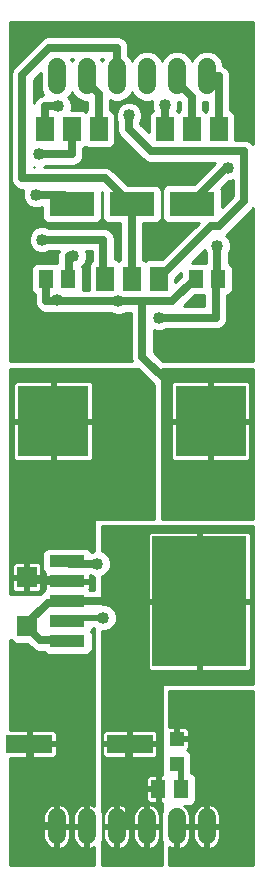
<source format=gtl>
G75*
G70*
%OFA0B0*%
%FSLAX24Y24*%
%IPPOS*%
%LPD*%
%AMOC8*
5,1,8,0,0,1.08239X$1,22.5*
%
%ADD10R,0.1181X0.0394*%
%ADD11R,0.3150X0.4331*%
%ADD12R,0.0669X0.0709*%
%ADD13R,0.1535X0.0630*%
%ADD14R,0.2362X0.2362*%
%ADD15R,0.0591X0.0787*%
%ADD16R,0.1496X0.0787*%
%ADD17C,0.0600*%
%ADD18R,0.0512X0.0591*%
%ADD19R,0.0472X0.0472*%
%ADD20R,0.0512X0.0630*%
%ADD21C,0.0276*%
%ADD22C,0.0400*%
%ADD23C,0.0100*%
%ADD24R,0.0396X0.0396*%
%ADD25C,0.0197*%
D10*
X004477Y008063D03*
X004477Y008732D03*
X004477Y009401D03*
X004477Y010070D03*
X004477Y010740D03*
D11*
X008877Y009401D03*
D12*
X003127Y008594D03*
X003127Y010208D03*
D13*
X003203Y004651D03*
X006550Y004651D03*
D14*
X004009Y015401D03*
X009245Y015401D03*
D15*
X007532Y020161D03*
X006627Y020161D03*
X005721Y020161D03*
X005532Y025141D03*
X004627Y025141D03*
X003721Y025141D03*
X007721Y025141D03*
X008627Y025141D03*
X009532Y025141D03*
D16*
X008627Y022661D03*
X006627Y022641D03*
X004627Y022661D03*
D17*
X005127Y026601D02*
X005127Y027201D01*
X006127Y027201D02*
X006127Y026601D01*
X007127Y026601D02*
X007127Y027201D01*
X008127Y027201D02*
X008127Y026601D01*
X009127Y026601D02*
X009127Y027201D01*
X004127Y027201D02*
X004127Y026601D01*
X004127Y002201D02*
X004127Y001601D01*
X005127Y001601D02*
X005127Y002201D01*
X006127Y002201D02*
X006127Y001601D01*
X007127Y001601D02*
X007127Y002201D01*
X008127Y002201D02*
X008127Y001601D01*
X009127Y001601D02*
X009127Y002201D01*
D18*
X009501Y020151D03*
X008753Y020151D03*
X004501Y020151D03*
X003753Y020151D03*
D19*
X008127Y004815D03*
X008127Y003988D03*
D20*
X008251Y003151D03*
X007503Y003151D03*
D21*
X006550Y004651D02*
X006527Y004651D01*
X006527Y001901D01*
X006127Y001901D01*
X004127Y001901D02*
X003227Y001901D01*
X003227Y004651D01*
X003203Y004651D01*
X003577Y008101D02*
X004477Y008101D01*
X004477Y008063D01*
X004377Y009351D02*
X004477Y009401D01*
X006377Y009401D01*
X006377Y008401D02*
X006377Y008101D01*
X005477Y010651D02*
X004577Y010651D01*
X004527Y010701D01*
X004477Y010740D01*
X004477Y010101D02*
X004477Y010070D01*
X004477Y010101D02*
X003527Y010101D01*
X003227Y010101D01*
X003127Y010201D01*
X003127Y010208D01*
X003827Y009351D02*
X003177Y008701D01*
X003127Y008594D01*
X003127Y008551D01*
X003577Y008101D01*
X003827Y009351D02*
X004377Y009351D01*
X004009Y015401D02*
X003527Y015401D01*
X003777Y019401D02*
X004127Y019401D01*
X004127Y019451D01*
X004127Y019401D02*
X006177Y019401D01*
X006977Y019401D01*
X006977Y017551D01*
X007827Y016701D01*
X007877Y016701D01*
X007527Y018851D02*
X009427Y018851D01*
X009427Y020051D01*
X009501Y020151D01*
X009477Y020151D01*
X009477Y021251D01*
X009527Y021901D02*
X009277Y021901D01*
X007577Y020201D01*
X007532Y020161D01*
X007977Y019401D02*
X008727Y020151D01*
X008753Y020151D01*
X007977Y019401D02*
X006977Y019401D01*
X006627Y020161D02*
X006627Y022641D01*
X006527Y022701D01*
X005727Y023501D01*
X002977Y023501D01*
X002977Y026951D01*
X003877Y027851D01*
X006127Y027851D01*
X006127Y026901D01*
X006527Y025601D02*
X006527Y025151D01*
X007277Y024401D01*
X010377Y024401D01*
X010377Y022751D01*
X009527Y021901D01*
X008627Y022701D02*
X009777Y023851D01*
X009827Y023851D01*
X009532Y025141D02*
X009527Y025151D01*
X009527Y026901D01*
X009127Y026901D01*
X008627Y026201D02*
X008627Y025141D01*
X008627Y026201D02*
X008127Y026701D01*
X008127Y026901D01*
X007727Y025951D02*
X007727Y025151D01*
X007721Y025141D01*
X008627Y022701D02*
X008627Y022661D01*
X005677Y021451D02*
X005677Y020201D01*
X005721Y020161D01*
X005677Y021451D02*
X003627Y021451D01*
X003753Y020151D02*
X003777Y020151D01*
X003777Y019401D01*
X004501Y020151D02*
X004527Y020151D01*
X004527Y020901D01*
X004677Y020901D01*
X004627Y022661D02*
X004627Y022701D01*
X004377Y022951D01*
X003427Y022951D01*
X003527Y024301D02*
X004627Y024301D01*
X004627Y025141D01*
X004177Y025901D02*
X003727Y025901D01*
X003727Y025151D01*
X003721Y025141D01*
X005127Y026701D02*
X005127Y026901D01*
X005127Y026701D02*
X005527Y026301D01*
X005527Y025151D01*
X005532Y025141D01*
D22*
X006527Y025601D03*
X007727Y025951D03*
X009477Y021251D03*
X009827Y023851D03*
X007527Y018851D03*
X006177Y019401D03*
X004677Y020901D03*
X004127Y019451D03*
X003627Y021451D03*
X003427Y022951D03*
X003527Y024301D03*
X004177Y025901D03*
X005477Y010651D03*
X005677Y008851D03*
D23*
X002577Y004186D02*
X002577Y000601D01*
X005377Y000601D01*
X005377Y001218D01*
X005216Y001151D01*
X005177Y001151D01*
X005177Y001851D01*
X005077Y001851D01*
X005077Y001151D01*
X005037Y001151D01*
X004872Y001220D01*
X004745Y001346D01*
X004677Y001512D01*
X004677Y001851D01*
X005076Y001851D01*
X005076Y001951D01*
X004677Y001951D01*
X004677Y002291D01*
X004745Y002456D01*
X004872Y002583D01*
X005037Y002651D01*
X005077Y002651D01*
X005077Y001951D01*
X005177Y001951D01*
X005177Y002651D01*
X005216Y002651D01*
X005377Y002585D01*
X005377Y008506D01*
X005314Y008506D01*
X005314Y008486D01*
X005278Y008397D01*
X005314Y008309D01*
X005314Y007817D01*
X005277Y007726D01*
X005207Y007656D01*
X005117Y007619D01*
X003837Y007619D01*
X003747Y007656D01*
X003687Y007717D01*
X003500Y007717D01*
X003359Y007775D01*
X003251Y007883D01*
X003251Y007883D01*
X003141Y007993D01*
X002743Y007993D01*
X002652Y008030D01*
X002583Y008100D01*
X002577Y008115D01*
X002577Y005116D01*
X003153Y005116D01*
X003153Y004701D01*
X003253Y004701D01*
X003253Y005116D01*
X004033Y005116D01*
X004121Y005028D01*
X004121Y004701D01*
X003254Y004701D01*
X003254Y004601D01*
X004121Y004601D01*
X004121Y004274D01*
X004033Y004186D01*
X003253Y004186D01*
X003253Y004601D01*
X003153Y004601D01*
X003153Y004186D01*
X002577Y004186D01*
X002577Y004093D02*
X005377Y004093D01*
X005377Y004191D02*
X004038Y004191D01*
X004121Y004290D02*
X005377Y004290D01*
X005377Y004389D02*
X004121Y004389D01*
X004121Y004487D02*
X005377Y004487D01*
X005377Y004586D02*
X004121Y004586D01*
X004121Y004783D02*
X005377Y004783D01*
X005377Y004881D02*
X004121Y004881D01*
X004121Y004980D02*
X005377Y004980D01*
X005377Y005078D02*
X004071Y005078D01*
X003253Y005078D02*
X003153Y005078D01*
X003153Y004980D02*
X003253Y004980D01*
X003253Y004881D02*
X003153Y004881D01*
X003153Y004783D02*
X003253Y004783D01*
X003254Y004684D02*
X005377Y004684D01*
X005627Y004684D02*
X006500Y004684D01*
X006500Y004701D02*
X006500Y004601D01*
X006600Y004601D01*
X006600Y004701D01*
X007468Y004701D01*
X007468Y005028D01*
X007380Y005116D01*
X006600Y005116D01*
X006600Y004701D01*
X006500Y004701D01*
X005632Y004701D01*
X005632Y005028D01*
X005720Y005116D01*
X006500Y005116D01*
X006500Y004701D01*
X006500Y004783D02*
X006600Y004783D01*
X006600Y004881D02*
X006500Y004881D01*
X006500Y004980D02*
X006600Y004980D01*
X006600Y005078D02*
X006500Y005078D01*
X006600Y004684D02*
X007627Y004684D01*
X007627Y004586D02*
X007468Y004586D01*
X007468Y004601D02*
X006600Y004601D01*
X006600Y004186D01*
X007380Y004186D01*
X007468Y004274D01*
X007468Y004601D01*
X007468Y004487D02*
X007627Y004487D01*
X007627Y004389D02*
X007468Y004389D01*
X007468Y004290D02*
X007627Y004290D01*
X007627Y004191D02*
X007385Y004191D01*
X007627Y004093D02*
X005627Y004093D01*
X005627Y004191D02*
X005715Y004191D01*
X005720Y004186D02*
X006500Y004186D01*
X006500Y004601D01*
X005632Y004601D01*
X005632Y004274D01*
X005720Y004186D01*
X005632Y004290D02*
X005627Y004290D01*
X005627Y004389D02*
X005632Y004389D01*
X005627Y004487D02*
X005632Y004487D01*
X005627Y004586D02*
X005632Y004586D01*
X005627Y004783D02*
X005632Y004783D01*
X005627Y004881D02*
X005632Y004881D01*
X005627Y004980D02*
X005632Y004980D01*
X005627Y005078D02*
X005682Y005078D01*
X005627Y005177D02*
X007627Y005177D01*
X007627Y005275D02*
X005627Y005275D01*
X005627Y005374D02*
X007627Y005374D01*
X007627Y005473D02*
X005627Y005473D01*
X005627Y005571D02*
X007627Y005571D01*
X007627Y005670D02*
X005627Y005670D01*
X005627Y005768D02*
X007627Y005768D01*
X007627Y005867D02*
X005627Y005867D01*
X005627Y005965D02*
X007627Y005965D01*
X007627Y006064D02*
X005627Y006064D01*
X005627Y006162D02*
X007627Y006162D01*
X007627Y006261D02*
X005627Y006261D01*
X005627Y006359D02*
X007627Y006359D01*
X007627Y006458D02*
X005627Y006458D01*
X005627Y006556D02*
X007627Y006556D01*
X007627Y006651D02*
X007627Y003616D01*
X007552Y003616D01*
X007552Y003201D01*
X007453Y003201D01*
X007453Y003616D01*
X007185Y003616D01*
X007097Y003528D01*
X007097Y003201D01*
X007452Y003201D01*
X007452Y003101D01*
X007097Y003101D01*
X007097Y002774D01*
X007185Y002686D01*
X007453Y002686D01*
X007453Y003101D01*
X007552Y003101D01*
X007552Y002686D01*
X007627Y002686D01*
X007627Y002423D01*
X007580Y002310D01*
X007580Y001492D01*
X007627Y001379D01*
X007627Y000601D01*
X005627Y000601D01*
X005627Y001379D01*
X005673Y001492D01*
X005673Y002310D01*
X005627Y002423D01*
X005627Y008404D01*
X005765Y008404D01*
X005930Y008472D01*
X006055Y008598D01*
X006123Y008762D01*
X006123Y008940D01*
X006055Y009104D01*
X005930Y009230D01*
X005765Y009298D01*
X005627Y009298D01*
X005627Y010230D01*
X005730Y010272D01*
X005855Y010398D01*
X005923Y010562D01*
X005923Y010740D01*
X005855Y010904D01*
X005730Y011030D01*
X005627Y011073D01*
X005627Y011901D01*
X010669Y011901D01*
X010669Y006651D01*
X007627Y006651D01*
X007877Y006401D02*
X010669Y006401D01*
X010669Y000601D01*
X007877Y000601D01*
X007877Y001218D01*
X008037Y001151D01*
X008077Y001151D01*
X008077Y001851D01*
X008177Y001851D01*
X008177Y001951D01*
X008577Y001951D01*
X008577Y002291D01*
X008508Y002456D01*
X008381Y002583D01*
X008365Y002589D01*
X008556Y002589D01*
X008646Y002627D01*
X008716Y002696D01*
X008753Y002787D01*
X008753Y003515D01*
X008716Y003606D01*
X008646Y003675D01*
X008605Y003692D01*
X008610Y003702D01*
X008610Y004273D01*
X008572Y004364D01*
X008503Y004433D01*
X008451Y004455D01*
X008513Y004516D01*
X008513Y004765D01*
X008177Y004765D01*
X008177Y004864D01*
X008513Y004864D01*
X008513Y005113D01*
X008425Y005201D01*
X008176Y005201D01*
X008176Y004865D01*
X008077Y004865D01*
X008077Y005201D01*
X007877Y005201D01*
X007877Y006401D01*
X007877Y006359D02*
X010669Y006359D01*
X010669Y006261D02*
X007877Y006261D01*
X007877Y006162D02*
X010669Y006162D01*
X010669Y006064D02*
X007877Y006064D01*
X007877Y005965D02*
X010669Y005965D01*
X010669Y005867D02*
X007877Y005867D01*
X007877Y005768D02*
X010669Y005768D01*
X010669Y005670D02*
X007877Y005670D01*
X007877Y005571D02*
X010669Y005571D01*
X010669Y005473D02*
X007877Y005473D01*
X007877Y005374D02*
X010669Y005374D01*
X010669Y005275D02*
X007877Y005275D01*
X008077Y005177D02*
X008176Y005177D01*
X008176Y005078D02*
X008077Y005078D01*
X008077Y004980D02*
X008176Y004980D01*
X008176Y004881D02*
X008077Y004881D01*
X008177Y004783D02*
X010669Y004783D01*
X010669Y004881D02*
X008513Y004881D01*
X008513Y004980D02*
X010669Y004980D01*
X010669Y005078D02*
X008513Y005078D01*
X008449Y005177D02*
X010669Y005177D01*
X010669Y004684D02*
X008513Y004684D01*
X008513Y004586D02*
X010669Y004586D01*
X010669Y004487D02*
X008484Y004487D01*
X008547Y004389D02*
X010669Y004389D01*
X010669Y004290D02*
X008603Y004290D01*
X008610Y004191D02*
X010669Y004191D01*
X010669Y004093D02*
X008610Y004093D01*
X008610Y003994D02*
X010669Y003994D01*
X010669Y003896D02*
X008610Y003896D01*
X008610Y003797D02*
X010669Y003797D01*
X010669Y003699D02*
X008608Y003699D01*
X008718Y003600D02*
X010669Y003600D01*
X010669Y003502D02*
X008753Y003502D01*
X008753Y003403D02*
X010669Y003403D01*
X010669Y003305D02*
X008753Y003305D01*
X008753Y003206D02*
X010669Y003206D01*
X010669Y003107D02*
X008753Y003107D01*
X008753Y003009D02*
X010669Y003009D01*
X010669Y002910D02*
X008753Y002910D01*
X008753Y002812D02*
X010669Y002812D01*
X010669Y002713D02*
X008723Y002713D01*
X008617Y002615D02*
X008949Y002615D01*
X008872Y002583D02*
X009037Y002651D01*
X009077Y002651D01*
X009077Y001951D01*
X009177Y001951D01*
X009577Y001951D01*
X009577Y002291D01*
X009508Y002456D01*
X009381Y002583D01*
X009216Y002651D01*
X009177Y002651D01*
X009177Y001951D01*
X009177Y001851D01*
X009577Y001851D01*
X009577Y001512D01*
X009508Y001346D01*
X009381Y001220D01*
X009216Y001151D01*
X009177Y001151D01*
X009177Y001851D01*
X009077Y001851D01*
X009077Y001151D01*
X009037Y001151D01*
X008872Y001220D01*
X008745Y001346D01*
X008677Y001512D01*
X008677Y001851D01*
X009076Y001851D01*
X009076Y001951D01*
X008677Y001951D01*
X008677Y002291D01*
X008745Y002456D01*
X008872Y002583D01*
X008805Y002516D02*
X008448Y002516D01*
X008524Y002418D02*
X008729Y002418D01*
X008688Y002319D02*
X008565Y002319D01*
X008577Y002221D02*
X008677Y002221D01*
X008677Y002122D02*
X008577Y002122D01*
X008577Y002024D02*
X008677Y002024D01*
X008677Y001826D02*
X008577Y001826D01*
X008577Y001851D02*
X008177Y001851D01*
X008177Y001151D01*
X008216Y001151D01*
X008381Y001220D01*
X008508Y001346D01*
X008577Y001512D01*
X008577Y001851D01*
X008577Y001728D02*
X008677Y001728D01*
X008677Y001629D02*
X008577Y001629D01*
X008577Y001531D02*
X008677Y001531D01*
X008709Y001432D02*
X008544Y001432D01*
X008496Y001334D02*
X008758Y001334D01*
X008856Y001235D02*
X008397Y001235D01*
X008177Y001235D02*
X008077Y001235D01*
X008077Y001334D02*
X008177Y001334D01*
X008177Y001432D02*
X008077Y001432D01*
X008077Y001531D02*
X008177Y001531D01*
X008177Y001629D02*
X008077Y001629D01*
X008077Y001728D02*
X008177Y001728D01*
X008177Y001826D02*
X008077Y001826D01*
X008177Y001925D02*
X009076Y001925D01*
X009077Y002024D02*
X009177Y002024D01*
X009177Y002122D02*
X009077Y002122D01*
X009077Y002221D02*
X009177Y002221D01*
X009177Y002319D02*
X009077Y002319D01*
X009077Y002418D02*
X009177Y002418D01*
X009177Y002516D02*
X009077Y002516D01*
X009077Y002615D02*
X009177Y002615D01*
X009304Y002615D02*
X010669Y002615D01*
X010669Y002516D02*
X009448Y002516D01*
X009524Y002418D02*
X010669Y002418D01*
X010669Y002319D02*
X009565Y002319D01*
X009577Y002221D02*
X010669Y002221D01*
X010669Y002122D02*
X009577Y002122D01*
X009577Y002024D02*
X010669Y002024D01*
X010669Y001925D02*
X009177Y001925D01*
X009177Y001826D02*
X009077Y001826D01*
X009077Y001728D02*
X009177Y001728D01*
X009177Y001629D02*
X009077Y001629D01*
X009077Y001531D02*
X009177Y001531D01*
X009177Y001432D02*
X009077Y001432D01*
X009077Y001334D02*
X009177Y001334D01*
X009177Y001235D02*
X009077Y001235D01*
X009397Y001235D02*
X010669Y001235D01*
X010669Y001137D02*
X007877Y001137D01*
X007877Y001038D02*
X010669Y001038D01*
X010669Y000940D02*
X007877Y000940D01*
X007877Y000841D02*
X010669Y000841D01*
X010669Y000742D02*
X007877Y000742D01*
X007877Y000644D02*
X010669Y000644D01*
X010669Y001334D02*
X009496Y001334D01*
X009544Y001432D02*
X010669Y001432D01*
X010669Y001531D02*
X009577Y001531D01*
X009577Y001629D02*
X010669Y001629D01*
X010669Y001728D02*
X009577Y001728D01*
X009577Y001826D02*
X010669Y001826D01*
X010669Y006655D02*
X005627Y006655D01*
X005627Y006754D02*
X010669Y006754D01*
X010669Y006852D02*
X005627Y006852D01*
X005627Y006951D02*
X010669Y006951D01*
X010669Y007049D02*
X005627Y007049D01*
X005627Y007148D02*
X007178Y007148D01*
X007152Y007174D02*
X007240Y007086D01*
X008827Y007086D01*
X008827Y009351D01*
X008926Y009351D01*
X008926Y007086D01*
X010514Y007086D01*
X010601Y007174D01*
X010601Y009351D01*
X008927Y009351D01*
X008927Y009451D01*
X010601Y009451D01*
X010601Y011629D01*
X010514Y011716D01*
X008926Y011716D01*
X008926Y009451D01*
X008827Y009451D01*
X008827Y011716D01*
X007240Y011716D01*
X007152Y011629D01*
X007152Y009451D01*
X008826Y009451D01*
X008826Y009351D01*
X007152Y009351D01*
X007152Y007174D01*
X007152Y007246D02*
X005627Y007246D01*
X005627Y007345D02*
X007152Y007345D01*
X007152Y007443D02*
X005627Y007443D01*
X005627Y007542D02*
X007152Y007542D01*
X007152Y007640D02*
X005627Y007640D01*
X005627Y007739D02*
X007152Y007739D01*
X007152Y007838D02*
X005627Y007838D01*
X005627Y007936D02*
X007152Y007936D01*
X007152Y008035D02*
X005627Y008035D01*
X005627Y008133D02*
X007152Y008133D01*
X007152Y008232D02*
X005627Y008232D01*
X005627Y008330D02*
X007152Y008330D01*
X007152Y008429D02*
X005825Y008429D01*
X005985Y008527D02*
X007152Y008527D01*
X007152Y008626D02*
X006067Y008626D01*
X006108Y008724D02*
X007152Y008724D01*
X007152Y008823D02*
X006123Y008823D01*
X006123Y008922D02*
X007152Y008922D01*
X007152Y009020D02*
X006090Y009020D01*
X006041Y009119D02*
X007152Y009119D01*
X007152Y009217D02*
X005943Y009217D01*
X005627Y009316D02*
X007152Y009316D01*
X007152Y009513D02*
X005627Y009513D01*
X005627Y009611D02*
X007152Y009611D01*
X007152Y009710D02*
X005627Y009710D01*
X005627Y009808D02*
X007152Y009808D01*
X007152Y009907D02*
X005627Y009907D01*
X005627Y010006D02*
X007152Y010006D01*
X007152Y010104D02*
X005627Y010104D01*
X005627Y010203D02*
X007152Y010203D01*
X007152Y010301D02*
X005759Y010301D01*
X005856Y010400D02*
X007152Y010400D01*
X007152Y010498D02*
X005897Y010498D01*
X005923Y010597D02*
X007152Y010597D01*
X007152Y010695D02*
X005923Y010695D01*
X005901Y010794D02*
X007152Y010794D01*
X007152Y010892D02*
X005860Y010892D01*
X005769Y010991D02*
X007152Y010991D01*
X007152Y011089D02*
X005627Y011089D01*
X005627Y011188D02*
X007152Y011188D01*
X007152Y011287D02*
X005627Y011287D01*
X005627Y011385D02*
X007152Y011385D01*
X007152Y011484D02*
X005627Y011484D01*
X005627Y011582D02*
X007152Y011582D01*
X007204Y011681D02*
X005627Y011681D01*
X005627Y011779D02*
X010669Y011779D01*
X010669Y011681D02*
X010549Y011681D01*
X010601Y011582D02*
X010669Y011582D01*
X010669Y011484D02*
X010601Y011484D01*
X010601Y011385D02*
X010669Y011385D01*
X010669Y011287D02*
X010601Y011287D01*
X010601Y011188D02*
X010669Y011188D01*
X010669Y011089D02*
X010601Y011089D01*
X010601Y010991D02*
X010669Y010991D01*
X010669Y010892D02*
X010601Y010892D01*
X010601Y010794D02*
X010669Y010794D01*
X010669Y010695D02*
X010601Y010695D01*
X010601Y010597D02*
X010669Y010597D01*
X010669Y010498D02*
X010601Y010498D01*
X010601Y010400D02*
X010669Y010400D01*
X010669Y010301D02*
X010601Y010301D01*
X010601Y010203D02*
X010669Y010203D01*
X010669Y010104D02*
X010601Y010104D01*
X010601Y010006D02*
X010669Y010006D01*
X010669Y009907D02*
X010601Y009907D01*
X010601Y009808D02*
X010669Y009808D01*
X010669Y009710D02*
X010601Y009710D01*
X010601Y009611D02*
X010669Y009611D01*
X010669Y009513D02*
X010601Y009513D01*
X010669Y009414D02*
X008927Y009414D01*
X008926Y009316D02*
X008827Y009316D01*
X008826Y009414D02*
X005627Y009414D01*
X005377Y009786D02*
X005377Y010209D01*
X005238Y010267D01*
X005218Y010267D01*
X005218Y010119D01*
X004526Y010119D01*
X004526Y010022D01*
X005218Y010022D01*
X005218Y009811D01*
X005210Y009804D01*
X005229Y009786D01*
X005377Y009786D01*
X005377Y009808D02*
X005214Y009808D01*
X005218Y009907D02*
X005377Y009907D01*
X005377Y010006D02*
X005218Y010006D01*
X005377Y010104D02*
X004526Y010104D01*
X004428Y010104D02*
X003611Y010104D01*
X003611Y010158D02*
X003177Y010158D01*
X003177Y010258D01*
X003611Y010258D01*
X003611Y010625D01*
X003523Y010713D01*
X003176Y010713D01*
X003176Y010258D01*
X003077Y010258D01*
X003077Y010713D01*
X002730Y010713D01*
X002642Y010625D01*
X002642Y010258D01*
X003076Y010258D01*
X003076Y010158D01*
X002642Y010158D01*
X002642Y009792D01*
X002730Y009704D01*
X003077Y009704D01*
X003077Y010158D01*
X003176Y010158D01*
X003176Y009704D01*
X003523Y009704D01*
X003611Y009792D01*
X003611Y010158D01*
X003736Y010119D02*
X003736Y010329D01*
X003744Y010337D01*
X003677Y010403D01*
X003640Y010494D01*
X003640Y010986D01*
X003677Y011076D01*
X003747Y011146D01*
X003837Y011183D01*
X005117Y011183D01*
X005207Y011146D01*
X005277Y011076D01*
X005285Y011056D01*
X005377Y011093D01*
X005377Y012151D01*
X007377Y012151D01*
X007377Y016607D01*
X006833Y017151D01*
X002577Y017151D01*
X002577Y009651D01*
X003583Y009651D01*
X003609Y009677D01*
X003661Y009699D01*
X003677Y009738D01*
X003744Y009804D01*
X003736Y009811D01*
X003736Y010022D01*
X004428Y010022D01*
X004428Y010119D01*
X003736Y010119D01*
X003736Y010203D02*
X003177Y010203D01*
X003176Y010301D02*
X003077Y010301D01*
X003076Y010203D02*
X002577Y010203D01*
X002577Y010301D02*
X002642Y010301D01*
X002642Y010400D02*
X002577Y010400D01*
X002577Y010498D02*
X002642Y010498D01*
X002642Y010597D02*
X002577Y010597D01*
X002577Y010695D02*
X002713Y010695D01*
X002577Y010794D02*
X003640Y010794D01*
X003640Y010892D02*
X002577Y010892D01*
X002577Y010991D02*
X003642Y010991D01*
X003690Y011089D02*
X002577Y011089D01*
X002577Y011188D02*
X005377Y011188D01*
X005377Y011287D02*
X002577Y011287D01*
X002577Y011385D02*
X005377Y011385D01*
X005377Y011484D02*
X002577Y011484D01*
X002577Y011582D02*
X005377Y011582D01*
X005377Y011681D02*
X002577Y011681D01*
X002577Y011779D02*
X005377Y011779D01*
X005377Y011878D02*
X002577Y011878D01*
X002577Y011976D02*
X005377Y011976D01*
X005377Y012075D02*
X002577Y012075D01*
X002577Y012173D02*
X007377Y012173D01*
X007377Y012272D02*
X002577Y012272D01*
X002577Y012371D02*
X007377Y012371D01*
X007377Y012469D02*
X002577Y012469D01*
X002577Y012568D02*
X007377Y012568D01*
X007377Y012666D02*
X002577Y012666D01*
X002577Y012765D02*
X007377Y012765D01*
X007377Y012863D02*
X002577Y012863D01*
X002577Y012962D02*
X007377Y012962D01*
X007377Y013060D02*
X002577Y013060D01*
X002577Y013159D02*
X007377Y013159D01*
X007377Y013257D02*
X002577Y013257D01*
X002577Y013356D02*
X007377Y013356D01*
X007377Y013455D02*
X002577Y013455D01*
X002577Y013553D02*
X007377Y013553D01*
X007377Y013652D02*
X002577Y013652D01*
X002577Y013750D02*
X007377Y013750D01*
X007377Y013849D02*
X002577Y013849D01*
X002577Y013947D02*
X007377Y013947D01*
X007377Y014046D02*
X002577Y014046D01*
X002577Y014144D02*
X002691Y014144D01*
X002677Y014158D02*
X002765Y014070D01*
X003959Y014070D01*
X003959Y015351D01*
X004058Y015351D01*
X004058Y014070D01*
X005252Y014070D01*
X005340Y014158D01*
X005340Y015351D01*
X004059Y015351D01*
X004059Y015451D01*
X005340Y015451D01*
X005340Y016644D01*
X005252Y016732D01*
X004058Y016732D01*
X004058Y015451D01*
X003959Y015451D01*
X003959Y016732D01*
X002765Y016732D01*
X002677Y016644D01*
X002677Y015451D01*
X003958Y015451D01*
X003958Y015351D01*
X002677Y015351D01*
X002677Y014158D01*
X002677Y014243D02*
X002577Y014243D01*
X002577Y014341D02*
X002677Y014341D01*
X002677Y014440D02*
X002577Y014440D01*
X002577Y014539D02*
X002677Y014539D01*
X002677Y014637D02*
X002577Y014637D01*
X002577Y014736D02*
X002677Y014736D01*
X002677Y014834D02*
X002577Y014834D01*
X002577Y014933D02*
X002677Y014933D01*
X002677Y015031D02*
X002577Y015031D01*
X002577Y015130D02*
X002677Y015130D01*
X002677Y015228D02*
X002577Y015228D01*
X002577Y015327D02*
X002677Y015327D01*
X002577Y015425D02*
X003958Y015425D01*
X003959Y015327D02*
X004058Y015327D01*
X004059Y015425D02*
X007377Y015425D01*
X007377Y015327D02*
X005340Y015327D01*
X005340Y015228D02*
X007377Y015228D01*
X007377Y015130D02*
X005340Y015130D01*
X005340Y015031D02*
X007377Y015031D01*
X007377Y014933D02*
X005340Y014933D01*
X005340Y014834D02*
X007377Y014834D01*
X007377Y014736D02*
X005340Y014736D01*
X005340Y014637D02*
X007377Y014637D01*
X007377Y014539D02*
X005340Y014539D01*
X005340Y014440D02*
X007377Y014440D01*
X007377Y014341D02*
X005340Y014341D01*
X005340Y014243D02*
X007377Y014243D01*
X007377Y014144D02*
X005326Y014144D01*
X005340Y015524D02*
X007377Y015524D01*
X007377Y015622D02*
X005340Y015622D01*
X005340Y015721D02*
X007377Y015721D01*
X007377Y015820D02*
X005340Y015820D01*
X005340Y015918D02*
X007377Y015918D01*
X007377Y016017D02*
X005340Y016017D01*
X005340Y016115D02*
X007377Y016115D01*
X007377Y016214D02*
X005340Y016214D01*
X005340Y016312D02*
X007377Y016312D01*
X007377Y016411D02*
X005340Y016411D01*
X005340Y016509D02*
X007377Y016509D01*
X007376Y016608D02*
X005340Y016608D01*
X005278Y016706D02*
X007277Y016706D01*
X007179Y016805D02*
X002577Y016805D01*
X002577Y016904D02*
X007080Y016904D01*
X006982Y017002D02*
X002577Y017002D01*
X002577Y017101D02*
X006883Y017101D01*
X006622Y017401D02*
X002577Y017401D01*
X002577Y028701D01*
X010669Y028701D01*
X010669Y024653D01*
X010594Y024727D01*
X010453Y024786D01*
X010074Y024786D01*
X010074Y025584D01*
X010037Y025675D01*
X009967Y025744D01*
X009911Y025767D01*
X009911Y026825D01*
X009911Y026978D01*
X009853Y027119D01*
X009744Y027227D01*
X009673Y027257D01*
X009673Y027310D01*
X009590Y027511D01*
X009436Y027665D01*
X009235Y027748D01*
X009018Y027748D01*
X008817Y027665D01*
X008663Y027511D01*
X008627Y027423D01*
X008590Y027511D01*
X008436Y027665D01*
X008235Y027748D01*
X008018Y027748D01*
X007817Y027665D01*
X007663Y027511D01*
X007627Y027423D01*
X007590Y027511D01*
X007436Y027665D01*
X007235Y027748D01*
X007018Y027748D01*
X006817Y027665D01*
X006663Y027511D01*
X006627Y027423D01*
X006590Y027511D01*
X006511Y027590D01*
X006511Y027775D01*
X006511Y027928D01*
X006453Y028069D01*
X006344Y028177D01*
X006203Y028236D01*
X003953Y028236D01*
X003800Y028236D01*
X003659Y028177D01*
X002759Y027277D01*
X002651Y027169D01*
X002592Y027028D01*
X002592Y023578D01*
X002592Y023425D01*
X002651Y023283D01*
X002759Y023175D01*
X002900Y023117D01*
X003011Y023117D01*
X002980Y023040D01*
X002980Y022862D01*
X003048Y022698D01*
X003173Y022572D01*
X003338Y022504D01*
X003515Y022504D01*
X003632Y022553D01*
X003632Y022218D01*
X003669Y022127D01*
X003739Y022058D01*
X003829Y022020D01*
X005424Y022020D01*
X005514Y022058D01*
X005584Y022127D01*
X005621Y022218D01*
X005621Y023062D01*
X005632Y023052D01*
X005632Y022199D01*
X005669Y022108D01*
X005739Y022038D01*
X005829Y022001D01*
X006242Y022001D01*
X006242Y020785D01*
X006191Y020764D01*
X006174Y020746D01*
X006156Y020764D01*
X006065Y020802D01*
X006061Y020802D01*
X006061Y021375D01*
X006061Y021528D01*
X006003Y021669D01*
X005894Y021777D01*
X005753Y021836D01*
X003866Y021836D01*
X003715Y021898D01*
X003538Y021898D01*
X003373Y021830D01*
X003248Y021704D01*
X003180Y021540D01*
X003180Y021362D01*
X003248Y021198D01*
X003373Y021072D01*
X003538Y021004D01*
X003715Y021004D01*
X003866Y021067D01*
X004179Y021067D01*
X004142Y020978D01*
X004142Y020825D01*
X004142Y020671D01*
X004127Y020665D01*
X004058Y020693D01*
X003448Y020693D01*
X003357Y020656D01*
X003287Y020586D01*
X003250Y020496D01*
X003250Y019807D01*
X003287Y019716D01*
X003357Y019647D01*
X003392Y019632D01*
X003392Y019478D01*
X003392Y019325D01*
X003451Y019183D01*
X003559Y019075D01*
X003700Y019017D01*
X004008Y019017D01*
X004038Y019004D01*
X004215Y019004D01*
X004245Y019017D01*
X005938Y019017D01*
X006088Y018954D01*
X006265Y018954D01*
X006416Y019017D01*
X006592Y019017D01*
X006592Y017475D01*
X006622Y017401D01*
X006592Y017495D02*
X002577Y017495D01*
X002577Y017593D02*
X006592Y017593D01*
X006592Y017692D02*
X002577Y017692D01*
X002577Y017790D02*
X006592Y017790D01*
X006592Y017889D02*
X002577Y017889D01*
X002577Y017988D02*
X006592Y017988D01*
X006592Y018086D02*
X002577Y018086D01*
X002577Y018185D02*
X006592Y018185D01*
X006592Y018283D02*
X002577Y018283D01*
X002577Y018382D02*
X006592Y018382D01*
X006592Y018480D02*
X002577Y018480D01*
X002577Y018579D02*
X006592Y018579D01*
X006592Y018677D02*
X002577Y018677D01*
X002577Y018776D02*
X006592Y018776D01*
X006592Y018874D02*
X002577Y018874D01*
X002577Y018973D02*
X006043Y018973D01*
X006310Y018973D02*
X006592Y018973D01*
X006173Y020747D02*
X006174Y020747D01*
X006242Y020845D02*
X006061Y020845D01*
X006061Y020944D02*
X006242Y020944D01*
X006242Y021042D02*
X006061Y021042D01*
X006061Y021141D02*
X006242Y021141D01*
X006242Y021239D02*
X006061Y021239D01*
X006061Y021338D02*
X006242Y021338D01*
X006242Y021437D02*
X006061Y021437D01*
X006058Y021535D02*
X006242Y021535D01*
X006242Y021634D02*
X006017Y021634D01*
X005940Y021732D02*
X006242Y021732D01*
X006242Y021831D02*
X005765Y021831D01*
X005764Y022028D02*
X005441Y022028D01*
X005583Y022126D02*
X005662Y022126D01*
X005632Y022225D02*
X005621Y022225D01*
X005621Y022323D02*
X005632Y022323D01*
X005621Y022422D02*
X005632Y022422D01*
X005621Y022521D02*
X005632Y022521D01*
X005621Y022619D02*
X005632Y022619D01*
X005621Y022718D02*
X005632Y022718D01*
X005621Y022816D02*
X005632Y022816D01*
X005621Y022915D02*
X005632Y022915D01*
X005621Y023013D02*
X005632Y023013D01*
X005970Y023802D02*
X009183Y023802D01*
X009282Y023900D02*
X003726Y023900D01*
X003691Y023886D02*
X003766Y023917D01*
X004550Y023917D01*
X004703Y023917D01*
X004844Y023975D01*
X004953Y024083D01*
X005011Y024225D01*
X005011Y024517D01*
X005062Y024538D01*
X005079Y024556D01*
X005097Y024538D01*
X005188Y024501D01*
X005876Y024501D01*
X005967Y024538D01*
X006037Y024608D01*
X006074Y024699D01*
X006074Y025584D01*
X006037Y025675D01*
X005967Y025744D01*
X005911Y025767D01*
X005911Y026099D01*
X006018Y026054D01*
X006235Y026054D01*
X006436Y026138D01*
X006590Y026291D01*
X006627Y026379D01*
X006663Y026291D01*
X006817Y026138D01*
X007018Y026054D01*
X007235Y026054D01*
X007296Y026079D01*
X007280Y026040D01*
X007280Y025862D01*
X007322Y025759D01*
X007286Y025744D01*
X007217Y025675D01*
X007179Y025584D01*
X007179Y025043D01*
X006911Y025311D01*
X006911Y025362D01*
X006973Y025512D01*
X006973Y025690D01*
X006905Y025854D01*
X006780Y025980D01*
X006615Y026048D01*
X006438Y026048D01*
X006273Y025980D01*
X006148Y025854D01*
X006080Y025690D01*
X006080Y025512D01*
X006142Y025362D01*
X006142Y025075D01*
X006201Y024933D01*
X006309Y024825D01*
X007059Y024075D01*
X007200Y024017D01*
X007353Y024017D01*
X009398Y024017D01*
X008683Y023302D01*
X007829Y023302D01*
X007739Y023264D01*
X007669Y023195D01*
X007632Y023104D01*
X007632Y022218D01*
X007669Y022127D01*
X007739Y022058D01*
X007829Y022020D01*
X008852Y022020D01*
X007633Y020802D01*
X007188Y020802D01*
X007097Y020764D01*
X007079Y020746D01*
X007062Y020764D01*
X007011Y020785D01*
X007011Y022001D01*
X007424Y022001D01*
X007514Y022038D01*
X007584Y022108D01*
X007621Y022199D01*
X007621Y023084D01*
X007584Y023175D01*
X007514Y023244D01*
X007424Y023282D01*
X006490Y023282D01*
X005944Y023827D01*
X005803Y023886D01*
X005650Y023886D01*
X003691Y023886D01*
X003362Y023886D02*
X003361Y023886D01*
X003362Y023886D01*
X003361Y023886D02*
X003361Y023886D01*
X003009Y023112D02*
X002577Y023112D01*
X002577Y023210D02*
X002723Y023210D01*
X002640Y023309D02*
X002577Y023309D01*
X002577Y023407D02*
X002599Y023407D01*
X002592Y023506D02*
X002577Y023506D01*
X002577Y023604D02*
X002592Y023604D01*
X002592Y023703D02*
X002577Y023703D01*
X002577Y023802D02*
X002592Y023802D01*
X002592Y023900D02*
X002577Y023900D01*
X002577Y023999D02*
X002592Y023999D01*
X002592Y024097D02*
X002577Y024097D01*
X002577Y024196D02*
X002592Y024196D01*
X002592Y024294D02*
X002577Y024294D01*
X002577Y024393D02*
X002592Y024393D01*
X002592Y024491D02*
X002577Y024491D01*
X002577Y024590D02*
X002592Y024590D01*
X002592Y024688D02*
X002577Y024688D01*
X002577Y024787D02*
X002592Y024787D01*
X002592Y024886D02*
X002577Y024886D01*
X002577Y024984D02*
X002592Y024984D01*
X002592Y025083D02*
X002577Y025083D01*
X002577Y025181D02*
X002592Y025181D01*
X002592Y025280D02*
X002577Y025280D01*
X002577Y025378D02*
X002592Y025378D01*
X002592Y025477D02*
X002577Y025477D01*
X002577Y025575D02*
X002592Y025575D01*
X002592Y025674D02*
X002577Y025674D01*
X002577Y025772D02*
X002592Y025772D01*
X002592Y025871D02*
X002577Y025871D01*
X002577Y025970D02*
X002592Y025970D01*
X002592Y026068D02*
X002577Y026068D01*
X002577Y026167D02*
X002592Y026167D01*
X002592Y026265D02*
X002577Y026265D01*
X002577Y026364D02*
X002592Y026364D01*
X002592Y026462D02*
X002577Y026462D01*
X002577Y026561D02*
X002592Y026561D01*
X002592Y026659D02*
X002577Y026659D01*
X002577Y026758D02*
X002592Y026758D01*
X002592Y026856D02*
X002577Y026856D01*
X002577Y026955D02*
X002592Y026955D01*
X002603Y027054D02*
X002577Y027054D01*
X002577Y027152D02*
X002644Y027152D01*
X002577Y027251D02*
X002732Y027251D01*
X002831Y027349D02*
X002577Y027349D01*
X002577Y027448D02*
X002929Y027448D01*
X003028Y027546D02*
X002577Y027546D01*
X002577Y027645D02*
X003126Y027645D01*
X003225Y027743D02*
X002577Y027743D01*
X002577Y027842D02*
X003323Y027842D01*
X003422Y027940D02*
X002577Y027940D01*
X002577Y028039D02*
X003520Y028039D01*
X003619Y028137D02*
X002577Y028137D01*
X002577Y028236D02*
X010669Y028236D01*
X010669Y028137D02*
X006384Y028137D01*
X006465Y028039D02*
X010669Y028039D01*
X010669Y027940D02*
X006506Y027940D01*
X006511Y027842D02*
X010669Y027842D01*
X010669Y027743D02*
X009247Y027743D01*
X009456Y027645D02*
X010669Y027645D01*
X010669Y027546D02*
X009555Y027546D01*
X009616Y027448D02*
X010669Y027448D01*
X010669Y027349D02*
X009657Y027349D01*
X009688Y027251D02*
X010669Y027251D01*
X010669Y027152D02*
X009820Y027152D01*
X009880Y027054D02*
X010669Y027054D01*
X010669Y026955D02*
X009911Y026955D01*
X009911Y026856D02*
X010669Y026856D01*
X010669Y026758D02*
X009911Y026758D01*
X009911Y026659D02*
X010669Y026659D01*
X010669Y026561D02*
X009911Y026561D01*
X009911Y026462D02*
X010669Y026462D01*
X010669Y026364D02*
X009911Y026364D01*
X009911Y026265D02*
X010669Y026265D01*
X010669Y026167D02*
X009911Y026167D01*
X009911Y026068D02*
X010669Y026068D01*
X010669Y025970D02*
X009911Y025970D01*
X009911Y025871D02*
X010669Y025871D01*
X010669Y025772D02*
X009911Y025772D01*
X010037Y025674D02*
X010669Y025674D01*
X010669Y025575D02*
X010074Y025575D01*
X010074Y025477D02*
X010669Y025477D01*
X010669Y025378D02*
X010074Y025378D01*
X010074Y025280D02*
X010669Y025280D01*
X010669Y025181D02*
X010074Y025181D01*
X010074Y025083D02*
X010669Y025083D01*
X010669Y024984D02*
X010074Y024984D01*
X010074Y024886D02*
X010669Y024886D01*
X010669Y024787D02*
X010074Y024787D01*
X010633Y024688D02*
X010669Y024688D01*
X009992Y023436D02*
X009992Y022911D01*
X009621Y022540D01*
X009621Y023104D01*
X009607Y023138D01*
X009874Y023404D01*
X009915Y023404D01*
X009992Y023436D01*
X009992Y023407D02*
X009923Y023407D01*
X009992Y023309D02*
X009778Y023309D01*
X009680Y023210D02*
X009992Y023210D01*
X009992Y023112D02*
X009618Y023112D01*
X009621Y023013D02*
X009992Y023013D01*
X009992Y022915D02*
X009621Y022915D01*
X009621Y022816D02*
X009898Y022816D01*
X009799Y022718D02*
X009621Y022718D01*
X009621Y022619D02*
X009701Y022619D01*
X010099Y021929D02*
X010669Y021929D01*
X010669Y021831D02*
X010000Y021831D01*
X009902Y021732D02*
X010669Y021732D01*
X010669Y021634D02*
X009803Y021634D01*
X009765Y021595D02*
X010594Y022425D01*
X010669Y022499D01*
X010669Y017401D01*
X007671Y017401D01*
X007361Y017711D01*
X007361Y018436D01*
X007438Y018404D01*
X007615Y018404D01*
X007766Y018467D01*
X009503Y018467D01*
X009644Y018525D01*
X009753Y018633D01*
X009811Y018775D01*
X009811Y018928D01*
X009811Y019611D01*
X009896Y019647D01*
X009966Y019716D01*
X010003Y019807D01*
X010003Y020496D01*
X009966Y020586D01*
X009896Y020656D01*
X009861Y020670D01*
X009861Y021012D01*
X009923Y021162D01*
X009923Y021340D01*
X009855Y021504D01*
X009765Y021595D01*
X009825Y021535D02*
X010669Y021535D01*
X010669Y021437D02*
X009883Y021437D01*
X009923Y021338D02*
X010669Y021338D01*
X010669Y021239D02*
X009923Y021239D01*
X009915Y021141D02*
X010669Y021141D01*
X010669Y021042D02*
X009874Y021042D01*
X009861Y020944D02*
X010669Y020944D01*
X010669Y020845D02*
X009861Y020845D01*
X009861Y020747D02*
X010669Y020747D01*
X010669Y020648D02*
X009904Y020648D01*
X009981Y020550D02*
X010669Y020550D01*
X010669Y020451D02*
X010003Y020451D01*
X010003Y020353D02*
X010669Y020353D01*
X010669Y020254D02*
X010003Y020254D01*
X010003Y020155D02*
X010669Y020155D01*
X010669Y020057D02*
X010003Y020057D01*
X010003Y019958D02*
X010669Y019958D01*
X010669Y019860D02*
X010003Y019860D01*
X009984Y019761D02*
X010669Y019761D01*
X010669Y019663D02*
X009912Y019663D01*
X009811Y019564D02*
X010669Y019564D01*
X010669Y019466D02*
X009811Y019466D01*
X009811Y019367D02*
X010669Y019367D01*
X010669Y019269D02*
X009811Y019269D01*
X009811Y019170D02*
X010669Y019170D01*
X010669Y019071D02*
X009811Y019071D01*
X009811Y018973D02*
X010669Y018973D01*
X010669Y018874D02*
X009811Y018874D01*
X009811Y018776D02*
X010669Y018776D01*
X010669Y018677D02*
X009771Y018677D01*
X009698Y018579D02*
X010669Y018579D01*
X010669Y018480D02*
X009536Y018480D01*
X009042Y019236D02*
X008355Y019236D01*
X008728Y019609D01*
X009042Y019609D01*
X009042Y019236D01*
X009042Y019269D02*
X008388Y019269D01*
X008486Y019367D02*
X009042Y019367D01*
X009042Y019466D02*
X008585Y019466D01*
X008684Y019564D02*
X009042Y019564D01*
X009092Y020679D02*
X009058Y020693D01*
X008613Y020693D01*
X009045Y021126D01*
X009092Y021012D01*
X009092Y020679D01*
X009092Y020747D02*
X008666Y020747D01*
X008765Y020845D02*
X009092Y020845D01*
X009092Y020944D02*
X008863Y020944D01*
X008962Y021042D02*
X009079Y021042D01*
X008761Y021929D02*
X007011Y021929D01*
X007011Y021831D02*
X008662Y021831D01*
X008564Y021732D02*
X007011Y021732D01*
X007011Y021634D02*
X008465Y021634D01*
X008367Y021535D02*
X007011Y021535D01*
X007011Y021437D02*
X008268Y021437D01*
X008169Y021338D02*
X007011Y021338D01*
X007011Y021239D02*
X008071Y021239D01*
X007972Y021141D02*
X007011Y021141D01*
X007011Y021042D02*
X007874Y021042D01*
X007775Y020944D02*
X007011Y020944D01*
X007011Y020845D02*
X007677Y020845D01*
X008250Y020330D02*
X008074Y020155D01*
X008074Y020043D01*
X008250Y020218D01*
X008250Y020330D01*
X008250Y020254D02*
X008173Y020254D01*
X008187Y020155D02*
X008075Y020155D01*
X008074Y020057D02*
X008088Y020057D01*
X007361Y018382D02*
X010669Y018382D01*
X010669Y018283D02*
X007361Y018283D01*
X007361Y018185D02*
X010669Y018185D01*
X010669Y018086D02*
X007361Y018086D01*
X007361Y017988D02*
X010669Y017988D01*
X010669Y017889D02*
X007361Y017889D01*
X007361Y017790D02*
X010669Y017790D01*
X010669Y017692D02*
X007380Y017692D01*
X007478Y017593D02*
X010669Y017593D01*
X010669Y017495D02*
X007577Y017495D01*
X007627Y017151D02*
X010669Y017151D01*
X010669Y012151D01*
X007627Y012151D01*
X007627Y017151D01*
X007627Y017101D02*
X010669Y017101D01*
X010669Y017002D02*
X007627Y017002D01*
X007627Y016904D02*
X010669Y016904D01*
X010669Y016805D02*
X007627Y016805D01*
X007627Y016706D02*
X007976Y016706D01*
X008001Y016732D02*
X007914Y016644D01*
X007914Y015451D01*
X009195Y015451D01*
X009195Y016732D01*
X008001Y016732D01*
X007914Y016608D02*
X007627Y016608D01*
X007627Y016509D02*
X007914Y016509D01*
X007914Y016411D02*
X007627Y016411D01*
X007627Y016312D02*
X007914Y016312D01*
X007914Y016214D02*
X007627Y016214D01*
X007627Y016115D02*
X007914Y016115D01*
X007914Y016017D02*
X007627Y016017D01*
X007627Y015918D02*
X007914Y015918D01*
X007914Y015820D02*
X007627Y015820D01*
X007627Y015721D02*
X007914Y015721D01*
X007914Y015622D02*
X007627Y015622D01*
X007627Y015524D02*
X007914Y015524D01*
X007914Y015351D02*
X007914Y014158D01*
X008001Y014070D01*
X009195Y014070D01*
X009195Y015351D01*
X009295Y015351D01*
X009295Y015451D01*
X010576Y015451D01*
X010576Y016644D01*
X010488Y016732D01*
X009295Y016732D01*
X009295Y015451D01*
X009195Y015451D01*
X009195Y015351D01*
X007914Y015351D01*
X007914Y015327D02*
X007627Y015327D01*
X007627Y015425D02*
X009195Y015425D01*
X009195Y015327D02*
X009295Y015327D01*
X009295Y015351D02*
X009295Y014070D01*
X010488Y014070D01*
X010576Y014158D01*
X010576Y015351D01*
X009295Y015351D01*
X009295Y015425D02*
X010669Y015425D01*
X010669Y015327D02*
X010576Y015327D01*
X010576Y015228D02*
X010669Y015228D01*
X010669Y015130D02*
X010576Y015130D01*
X010576Y015031D02*
X010669Y015031D01*
X010669Y014933D02*
X010576Y014933D01*
X010576Y014834D02*
X010669Y014834D01*
X010669Y014736D02*
X010576Y014736D01*
X010576Y014637D02*
X010669Y014637D01*
X010669Y014539D02*
X010576Y014539D01*
X010576Y014440D02*
X010669Y014440D01*
X010669Y014341D02*
X010576Y014341D01*
X010576Y014243D02*
X010669Y014243D01*
X010669Y014144D02*
X010562Y014144D01*
X010669Y014046D02*
X007627Y014046D01*
X007627Y014144D02*
X007927Y014144D01*
X007914Y014243D02*
X007627Y014243D01*
X007627Y014341D02*
X007914Y014341D01*
X007914Y014440D02*
X007627Y014440D01*
X007627Y014539D02*
X007914Y014539D01*
X007914Y014637D02*
X007627Y014637D01*
X007627Y014736D02*
X007914Y014736D01*
X007914Y014834D02*
X007627Y014834D01*
X007627Y014933D02*
X007914Y014933D01*
X007914Y015031D02*
X007627Y015031D01*
X007627Y015130D02*
X007914Y015130D01*
X007914Y015228D02*
X007627Y015228D01*
X007627Y013947D02*
X010669Y013947D01*
X010669Y013849D02*
X007627Y013849D01*
X007627Y013750D02*
X010669Y013750D01*
X010669Y013652D02*
X007627Y013652D01*
X007627Y013553D02*
X010669Y013553D01*
X010669Y013455D02*
X007627Y013455D01*
X007627Y013356D02*
X010669Y013356D01*
X010669Y013257D02*
X007627Y013257D01*
X007627Y013159D02*
X010669Y013159D01*
X010669Y013060D02*
X007627Y013060D01*
X007627Y012962D02*
X010669Y012962D01*
X010669Y012863D02*
X007627Y012863D01*
X007627Y012765D02*
X010669Y012765D01*
X010669Y012666D02*
X007627Y012666D01*
X007627Y012568D02*
X010669Y012568D01*
X010669Y012469D02*
X007627Y012469D01*
X007627Y012371D02*
X010669Y012371D01*
X010669Y012272D02*
X007627Y012272D01*
X007627Y012173D02*
X010669Y012173D01*
X010669Y011878D02*
X005627Y011878D01*
X005367Y011089D02*
X005264Y011089D01*
X005218Y010203D02*
X005377Y010203D01*
X005377Y008429D02*
X005291Y008429D01*
X005305Y008330D02*
X005377Y008330D01*
X005377Y008232D02*
X005314Y008232D01*
X005314Y008133D02*
X005377Y008133D01*
X005377Y008035D02*
X005314Y008035D01*
X005314Y007936D02*
X005377Y007936D01*
X005377Y007838D02*
X005314Y007838D01*
X005282Y007739D02*
X005377Y007739D01*
X005377Y007640D02*
X005169Y007640D01*
X005377Y007542D02*
X002577Y007542D01*
X002577Y007640D02*
X003785Y007640D01*
X003446Y007739D02*
X002577Y007739D01*
X002577Y007838D02*
X003296Y007838D01*
X003198Y007936D02*
X002577Y007936D01*
X002577Y008035D02*
X002648Y008035D01*
X002577Y007443D02*
X005377Y007443D01*
X005377Y007345D02*
X002577Y007345D01*
X002577Y007246D02*
X005377Y007246D01*
X005377Y007148D02*
X002577Y007148D01*
X002577Y007049D02*
X005377Y007049D01*
X005377Y006951D02*
X002577Y006951D01*
X002577Y006852D02*
X005377Y006852D01*
X005377Y006754D02*
X002577Y006754D01*
X002577Y006655D02*
X005377Y006655D01*
X005377Y006556D02*
X002577Y006556D01*
X002577Y006458D02*
X005377Y006458D01*
X005377Y006359D02*
X002577Y006359D01*
X002577Y006261D02*
X005377Y006261D01*
X005377Y006162D02*
X002577Y006162D01*
X002577Y006064D02*
X005377Y006064D01*
X005377Y005965D02*
X002577Y005965D01*
X002577Y005867D02*
X005377Y005867D01*
X005377Y005768D02*
X002577Y005768D01*
X002577Y005670D02*
X005377Y005670D01*
X005377Y005571D02*
X002577Y005571D01*
X002577Y005473D02*
X005377Y005473D01*
X005377Y005374D02*
X002577Y005374D01*
X002577Y005275D02*
X005377Y005275D01*
X005377Y005177D02*
X002577Y005177D01*
X002577Y003994D02*
X005377Y003994D01*
X005377Y003896D02*
X002577Y003896D01*
X002577Y003797D02*
X005377Y003797D01*
X005377Y003699D02*
X002577Y003699D01*
X002577Y003600D02*
X005377Y003600D01*
X005377Y003502D02*
X002577Y003502D01*
X002577Y003403D02*
X005377Y003403D01*
X005377Y003305D02*
X002577Y003305D01*
X002577Y003206D02*
X005377Y003206D01*
X005377Y003107D02*
X002577Y003107D01*
X002577Y003009D02*
X005377Y003009D01*
X005377Y002910D02*
X002577Y002910D01*
X002577Y002812D02*
X005377Y002812D01*
X005377Y002713D02*
X002577Y002713D01*
X002577Y002615D02*
X003949Y002615D01*
X003872Y002583D02*
X004037Y002651D01*
X004077Y002651D01*
X004077Y001951D01*
X004177Y001951D01*
X004577Y001951D01*
X004577Y002291D01*
X004508Y002456D01*
X004381Y002583D01*
X004216Y002651D01*
X004177Y002651D01*
X004177Y001951D01*
X004177Y001851D01*
X004577Y001851D01*
X004577Y001512D01*
X004508Y001346D01*
X004381Y001220D01*
X004216Y001151D01*
X004177Y001151D01*
X004177Y001851D01*
X004077Y001851D01*
X004077Y001151D01*
X004037Y001151D01*
X003872Y001220D01*
X003745Y001346D01*
X003677Y001512D01*
X003677Y001851D01*
X004076Y001851D01*
X004076Y001951D01*
X003677Y001951D01*
X003677Y002291D01*
X003745Y002456D01*
X003872Y002583D01*
X003805Y002516D02*
X002577Y002516D01*
X002577Y002418D02*
X003729Y002418D01*
X003688Y002319D02*
X002577Y002319D01*
X002577Y002221D02*
X003677Y002221D01*
X003677Y002122D02*
X002577Y002122D01*
X002577Y002024D02*
X003677Y002024D01*
X003677Y001826D02*
X002577Y001826D01*
X002577Y001728D02*
X003677Y001728D01*
X003677Y001629D02*
X002577Y001629D01*
X002577Y001531D02*
X003677Y001531D01*
X003709Y001432D02*
X002577Y001432D01*
X002577Y001334D02*
X003758Y001334D01*
X003856Y001235D02*
X002577Y001235D01*
X002577Y001137D02*
X005377Y001137D01*
X005377Y001038D02*
X002577Y001038D01*
X002577Y000940D02*
X005377Y000940D01*
X005377Y000841D02*
X002577Y000841D01*
X002577Y000742D02*
X005377Y000742D01*
X005377Y000644D02*
X002577Y000644D01*
X002577Y001925D02*
X004076Y001925D01*
X004077Y002024D02*
X004177Y002024D01*
X004177Y002122D02*
X004077Y002122D01*
X004077Y002221D02*
X004177Y002221D01*
X004177Y002319D02*
X004077Y002319D01*
X004077Y002418D02*
X004177Y002418D01*
X004177Y002516D02*
X004077Y002516D01*
X004077Y002615D02*
X004177Y002615D01*
X004304Y002615D02*
X004949Y002615D01*
X004805Y002516D02*
X004448Y002516D01*
X004524Y002418D02*
X004729Y002418D01*
X004688Y002319D02*
X004565Y002319D01*
X004577Y002221D02*
X004677Y002221D01*
X004677Y002122D02*
X004577Y002122D01*
X004577Y002024D02*
X004677Y002024D01*
X004677Y001826D02*
X004577Y001826D01*
X004577Y001728D02*
X004677Y001728D01*
X004677Y001629D02*
X004577Y001629D01*
X004577Y001531D02*
X004677Y001531D01*
X004709Y001432D02*
X004544Y001432D01*
X004496Y001334D02*
X004758Y001334D01*
X004856Y001235D02*
X004397Y001235D01*
X004177Y001235D02*
X004077Y001235D01*
X004077Y001334D02*
X004177Y001334D01*
X004177Y001432D02*
X004077Y001432D01*
X004077Y001531D02*
X004177Y001531D01*
X004177Y001629D02*
X004077Y001629D01*
X004077Y001728D02*
X004177Y001728D01*
X004177Y001826D02*
X004077Y001826D01*
X004177Y001925D02*
X005076Y001925D01*
X005077Y002024D02*
X005177Y002024D01*
X005177Y002122D02*
X005077Y002122D01*
X005077Y002221D02*
X005177Y002221D01*
X005177Y002319D02*
X005077Y002319D01*
X005077Y002418D02*
X005177Y002418D01*
X005177Y002516D02*
X005077Y002516D01*
X005077Y002615D02*
X005177Y002615D01*
X005304Y002615D02*
X005377Y002615D01*
X005627Y002615D02*
X005949Y002615D01*
X005872Y002583D02*
X005745Y002456D01*
X005677Y002291D01*
X005677Y001951D01*
X006076Y001951D01*
X006076Y001851D01*
X005677Y001851D01*
X005677Y001512D01*
X005745Y001346D01*
X005872Y001220D01*
X006037Y001151D01*
X006077Y001151D01*
X006077Y001851D01*
X006177Y001851D01*
X006177Y001951D01*
X006577Y001951D01*
X006577Y002291D01*
X006508Y002456D01*
X006381Y002583D01*
X006216Y002651D01*
X006177Y002651D01*
X006177Y001951D01*
X006077Y001951D01*
X006077Y002651D01*
X006037Y002651D01*
X005872Y002583D01*
X005805Y002516D02*
X005627Y002516D01*
X005629Y002418D02*
X005729Y002418D01*
X005688Y002319D02*
X005670Y002319D01*
X005673Y002221D02*
X005677Y002221D01*
X005673Y002122D02*
X005677Y002122D01*
X005673Y002024D02*
X005677Y002024D01*
X005673Y001925D02*
X006076Y001925D01*
X006077Y002024D02*
X006177Y002024D01*
X006177Y002122D02*
X006077Y002122D01*
X006077Y002221D02*
X006177Y002221D01*
X006177Y002319D02*
X006077Y002319D01*
X006077Y002418D02*
X006177Y002418D01*
X006177Y002516D02*
X006077Y002516D01*
X006077Y002615D02*
X006177Y002615D01*
X006304Y002615D02*
X006949Y002615D01*
X006872Y002583D02*
X007037Y002651D01*
X007077Y002651D01*
X007077Y001951D01*
X007177Y001951D01*
X007577Y001951D01*
X007577Y002291D01*
X007508Y002456D01*
X007381Y002583D01*
X007216Y002651D01*
X007177Y002651D01*
X007177Y001951D01*
X007177Y001851D01*
X007577Y001851D01*
X007577Y001512D01*
X007508Y001346D01*
X007381Y001220D01*
X007216Y001151D01*
X007177Y001151D01*
X007177Y001851D01*
X007077Y001851D01*
X007077Y001151D01*
X007037Y001151D01*
X006872Y001220D01*
X006745Y001346D01*
X006677Y001512D01*
X006677Y001851D01*
X007076Y001851D01*
X007076Y001951D01*
X006677Y001951D01*
X006677Y002291D01*
X006745Y002456D01*
X006872Y002583D01*
X006805Y002516D02*
X006448Y002516D01*
X006524Y002418D02*
X006729Y002418D01*
X006688Y002319D02*
X006565Y002319D01*
X006577Y002221D02*
X006677Y002221D01*
X006677Y002122D02*
X006577Y002122D01*
X006577Y002024D02*
X006677Y002024D01*
X006677Y001826D02*
X006577Y001826D01*
X006577Y001851D02*
X006177Y001851D01*
X006177Y001151D01*
X006216Y001151D01*
X006381Y001220D01*
X006508Y001346D01*
X006577Y001512D01*
X006577Y001851D01*
X006577Y001728D02*
X006677Y001728D01*
X006677Y001629D02*
X006577Y001629D01*
X006577Y001531D02*
X006677Y001531D01*
X006709Y001432D02*
X006544Y001432D01*
X006496Y001334D02*
X006758Y001334D01*
X006856Y001235D02*
X006397Y001235D01*
X006177Y001235D02*
X006077Y001235D01*
X006077Y001334D02*
X006177Y001334D01*
X006177Y001432D02*
X006077Y001432D01*
X006077Y001531D02*
X006177Y001531D01*
X006177Y001629D02*
X006077Y001629D01*
X006077Y001728D02*
X006177Y001728D01*
X006177Y001826D02*
X006077Y001826D01*
X006177Y001925D02*
X007076Y001925D01*
X007077Y002024D02*
X007177Y002024D01*
X007177Y002122D02*
X007077Y002122D01*
X007077Y002221D02*
X007177Y002221D01*
X007177Y002319D02*
X007077Y002319D01*
X007077Y002418D02*
X007177Y002418D01*
X007177Y002516D02*
X007077Y002516D01*
X007077Y002615D02*
X007177Y002615D01*
X007157Y002713D02*
X005627Y002713D01*
X005627Y002812D02*
X007097Y002812D01*
X007097Y002910D02*
X005627Y002910D01*
X005627Y003009D02*
X007097Y003009D01*
X007097Y003206D02*
X005627Y003206D01*
X005627Y003107D02*
X007452Y003107D01*
X007453Y003009D02*
X007552Y003009D01*
X007552Y002910D02*
X007453Y002910D01*
X007453Y002812D02*
X007552Y002812D01*
X007552Y002713D02*
X007453Y002713D01*
X007304Y002615D02*
X007627Y002615D01*
X007627Y002516D02*
X007448Y002516D01*
X007524Y002418D02*
X007624Y002418D01*
X007584Y002319D02*
X007565Y002319D01*
X007577Y002221D02*
X007580Y002221D01*
X007577Y002122D02*
X007580Y002122D01*
X007577Y002024D02*
X007580Y002024D01*
X007580Y001925D02*
X007177Y001925D01*
X007177Y001826D02*
X007077Y001826D01*
X007077Y001728D02*
X007177Y001728D01*
X007177Y001629D02*
X007077Y001629D01*
X007077Y001531D02*
X007177Y001531D01*
X007177Y001432D02*
X007077Y001432D01*
X007077Y001334D02*
X007177Y001334D01*
X007177Y001235D02*
X007077Y001235D01*
X007397Y001235D02*
X007627Y001235D01*
X007627Y001137D02*
X005627Y001137D01*
X005627Y001235D02*
X005856Y001235D01*
X005758Y001334D02*
X005627Y001334D01*
X005649Y001432D02*
X005709Y001432D01*
X005677Y001531D02*
X005673Y001531D01*
X005673Y001629D02*
X005677Y001629D01*
X005673Y001728D02*
X005677Y001728D01*
X005673Y001826D02*
X005677Y001826D01*
X005627Y001038D02*
X007627Y001038D01*
X007627Y000940D02*
X005627Y000940D01*
X005627Y000841D02*
X007627Y000841D01*
X007627Y000742D02*
X005627Y000742D01*
X005627Y000644D02*
X007627Y000644D01*
X007627Y001334D02*
X007496Y001334D01*
X007544Y001432D02*
X007605Y001432D01*
X007577Y001531D02*
X007580Y001531D01*
X007577Y001629D02*
X007580Y001629D01*
X007577Y001728D02*
X007580Y001728D01*
X007577Y001826D02*
X007580Y001826D01*
X007552Y003206D02*
X007453Y003206D01*
X007453Y003305D02*
X007552Y003305D01*
X007552Y003403D02*
X007453Y003403D01*
X007453Y003502D02*
X007552Y003502D01*
X007552Y003600D02*
X007453Y003600D01*
X007627Y003699D02*
X005627Y003699D01*
X005627Y003797D02*
X007627Y003797D01*
X007627Y003896D02*
X005627Y003896D01*
X005627Y003994D02*
X007627Y003994D01*
X007627Y004783D02*
X007468Y004783D01*
X007468Y004881D02*
X007627Y004881D01*
X007627Y004980D02*
X007468Y004980D01*
X007417Y005078D02*
X007627Y005078D01*
X007169Y003600D02*
X005627Y003600D01*
X005627Y003502D02*
X007097Y003502D01*
X007097Y003403D02*
X005627Y003403D01*
X005627Y003305D02*
X007097Y003305D01*
X006600Y004191D02*
X006500Y004191D01*
X006500Y004290D02*
X006600Y004290D01*
X006600Y004389D02*
X006500Y004389D01*
X006500Y004487D02*
X006600Y004487D01*
X006600Y004586D02*
X006500Y004586D01*
X005177Y001826D02*
X005077Y001826D01*
X005077Y001728D02*
X005177Y001728D01*
X005177Y001629D02*
X005077Y001629D01*
X005077Y001531D02*
X005177Y001531D01*
X005177Y001432D02*
X005077Y001432D01*
X005077Y001334D02*
X005177Y001334D01*
X005177Y001235D02*
X005077Y001235D01*
X003253Y004191D02*
X003153Y004191D01*
X003153Y004290D02*
X003253Y004290D01*
X003253Y004389D02*
X003153Y004389D01*
X003153Y004487D02*
X003253Y004487D01*
X003253Y004586D02*
X003153Y004586D01*
X003077Y009710D02*
X003176Y009710D01*
X003176Y009808D02*
X003077Y009808D01*
X003077Y009907D02*
X003176Y009907D01*
X003176Y010006D02*
X003077Y010006D01*
X003077Y010104D02*
X003176Y010104D01*
X003176Y010400D02*
X003077Y010400D01*
X003077Y010498D02*
X003176Y010498D01*
X003176Y010597D02*
X003077Y010597D01*
X003077Y010695D02*
X003176Y010695D01*
X003541Y010695D02*
X003640Y010695D01*
X003640Y010597D02*
X003611Y010597D01*
X003611Y010498D02*
X003640Y010498D01*
X003611Y010400D02*
X003681Y010400D01*
X003736Y010301D02*
X003611Y010301D01*
X003611Y010006D02*
X003736Y010006D01*
X003736Y009907D02*
X003611Y009907D01*
X003611Y009808D02*
X003739Y009808D01*
X003666Y009710D02*
X003529Y009710D01*
X002724Y009710D02*
X002577Y009710D01*
X002577Y009808D02*
X002642Y009808D01*
X002642Y009907D02*
X002577Y009907D01*
X002577Y010006D02*
X002642Y010006D01*
X002642Y010104D02*
X002577Y010104D01*
X003959Y014144D02*
X004058Y014144D01*
X004058Y014243D02*
X003959Y014243D01*
X003959Y014341D02*
X004058Y014341D01*
X004058Y014440D02*
X003959Y014440D01*
X003959Y014539D02*
X004058Y014539D01*
X004058Y014637D02*
X003959Y014637D01*
X003959Y014736D02*
X004058Y014736D01*
X004058Y014834D02*
X003959Y014834D01*
X003959Y014933D02*
X004058Y014933D01*
X004058Y015031D02*
X003959Y015031D01*
X003959Y015130D02*
X004058Y015130D01*
X004058Y015228D02*
X003959Y015228D01*
X003959Y015524D02*
X004058Y015524D01*
X004058Y015622D02*
X003959Y015622D01*
X003959Y015721D02*
X004058Y015721D01*
X004058Y015820D02*
X003959Y015820D01*
X003959Y015918D02*
X004058Y015918D01*
X004058Y016017D02*
X003959Y016017D01*
X003959Y016115D02*
X004058Y016115D01*
X004058Y016214D02*
X003959Y016214D01*
X003959Y016312D02*
X004058Y016312D01*
X004058Y016411D02*
X003959Y016411D01*
X003959Y016509D02*
X004058Y016509D01*
X004058Y016608D02*
X003959Y016608D01*
X003959Y016706D02*
X004058Y016706D01*
X003567Y019071D02*
X002577Y019071D01*
X002577Y019170D02*
X003464Y019170D01*
X003415Y019269D02*
X002577Y019269D01*
X002577Y019367D02*
X003392Y019367D01*
X003392Y019466D02*
X002577Y019466D01*
X002577Y019564D02*
X003392Y019564D01*
X003341Y019663D02*
X002577Y019663D01*
X002577Y019761D02*
X003269Y019761D01*
X003250Y019860D02*
X002577Y019860D01*
X002577Y019958D02*
X003250Y019958D01*
X003250Y020057D02*
X002577Y020057D01*
X002577Y020155D02*
X003250Y020155D01*
X003250Y020254D02*
X002577Y020254D01*
X002577Y020353D02*
X003250Y020353D01*
X003250Y020451D02*
X002577Y020451D01*
X002577Y020550D02*
X003272Y020550D01*
X003349Y020648D02*
X002577Y020648D01*
X002577Y020747D02*
X004142Y020747D01*
X004142Y020845D02*
X002577Y020845D01*
X002577Y020944D02*
X004142Y020944D01*
X004169Y021042D02*
X003807Y021042D01*
X003446Y021042D02*
X002577Y021042D01*
X002577Y021141D02*
X003305Y021141D01*
X003231Y021239D02*
X002577Y021239D01*
X002577Y021338D02*
X003190Y021338D01*
X003180Y021437D02*
X002577Y021437D01*
X002577Y021535D02*
X003180Y021535D01*
X003219Y021634D02*
X002577Y021634D01*
X002577Y021732D02*
X003276Y021732D01*
X003375Y021831D02*
X002577Y021831D01*
X002577Y021929D02*
X006242Y021929D01*
X006463Y023309D02*
X008690Y023309D01*
X008789Y023407D02*
X006364Y023407D01*
X006266Y023506D02*
X008887Y023506D01*
X008986Y023604D02*
X006167Y023604D01*
X006069Y023703D02*
X009085Y023703D01*
X009380Y023999D02*
X004868Y023999D01*
X004958Y024097D02*
X007037Y024097D01*
X006938Y024196D02*
X004999Y024196D01*
X005011Y024294D02*
X006839Y024294D01*
X006741Y024393D02*
X005011Y024393D01*
X005011Y024491D02*
X006642Y024491D01*
X006544Y024590D02*
X006019Y024590D01*
X006070Y024688D02*
X006445Y024688D01*
X006347Y024787D02*
X006074Y024787D01*
X006074Y024886D02*
X006248Y024886D01*
X006179Y024984D02*
X006074Y024984D01*
X006074Y025083D02*
X006142Y025083D01*
X006142Y025181D02*
X006074Y025181D01*
X006074Y025280D02*
X006142Y025280D01*
X006135Y025378D02*
X006074Y025378D01*
X006074Y025477D02*
X006094Y025477D01*
X006080Y025575D02*
X006074Y025575D01*
X006080Y025674D02*
X006037Y025674D01*
X006114Y025772D02*
X005911Y025772D01*
X005911Y025871D02*
X006164Y025871D01*
X006263Y025970D02*
X005911Y025970D01*
X005911Y026068D02*
X005985Y026068D01*
X006269Y026068D02*
X006985Y026068D01*
X006790Y025970D02*
X007280Y025970D01*
X007269Y026068D02*
X007291Y026068D01*
X007280Y025871D02*
X006889Y025871D01*
X006939Y025772D02*
X007317Y025772D01*
X007216Y025674D02*
X006973Y025674D01*
X006973Y025575D02*
X007179Y025575D01*
X007179Y025477D02*
X006959Y025477D01*
X006918Y025378D02*
X007179Y025378D01*
X007179Y025280D02*
X006942Y025280D01*
X007041Y025181D02*
X007179Y025181D01*
X007179Y025083D02*
X007139Y025083D01*
X006788Y026167D02*
X006465Y026167D01*
X006564Y026265D02*
X006689Y026265D01*
X006633Y026364D02*
X006620Y026364D01*
X006616Y027448D02*
X006637Y027448D01*
X006698Y027546D02*
X006555Y027546D01*
X006511Y027645D02*
X006797Y027645D01*
X007006Y027743D02*
X006511Y027743D01*
X007247Y027743D02*
X008006Y027743D01*
X007797Y027645D02*
X007456Y027645D01*
X007555Y027546D02*
X007698Y027546D01*
X007637Y027448D02*
X007616Y027448D01*
X008167Y026054D02*
X008229Y026054D01*
X008242Y026042D01*
X008242Y025765D01*
X008191Y025744D01*
X008174Y025727D01*
X008156Y025744D01*
X008129Y025755D01*
X008173Y025862D01*
X008173Y026040D01*
X008167Y026054D01*
X008173Y025970D02*
X008242Y025970D01*
X008242Y025871D02*
X008173Y025871D01*
X008136Y025772D02*
X008242Y025772D01*
X009011Y025772D02*
X009142Y025772D01*
X009142Y025763D02*
X009097Y025744D01*
X009079Y025727D01*
X009062Y025744D01*
X009011Y025765D01*
X009011Y026057D01*
X009018Y026054D01*
X009142Y026054D01*
X009142Y025763D01*
X009142Y025871D02*
X009011Y025871D01*
X009011Y025970D02*
X009142Y025970D01*
X008637Y027448D02*
X008616Y027448D01*
X008555Y027546D02*
X008698Y027546D01*
X008797Y027645D02*
X008456Y027645D01*
X008247Y027743D02*
X009006Y027743D01*
X010669Y028335D02*
X002577Y028335D01*
X002577Y028433D02*
X010669Y028433D01*
X010669Y028532D02*
X002577Y028532D01*
X002577Y028630D02*
X010669Y028630D01*
X010591Y022422D02*
X010669Y022422D01*
X010669Y022323D02*
X010493Y022323D01*
X010394Y022225D02*
X010669Y022225D01*
X010669Y022126D02*
X010296Y022126D01*
X010197Y022028D02*
X010669Y022028D01*
X010669Y016706D02*
X010514Y016706D01*
X010576Y016608D02*
X010669Y016608D01*
X010669Y016509D02*
X010576Y016509D01*
X010576Y016411D02*
X010669Y016411D01*
X010669Y016312D02*
X010576Y016312D01*
X010576Y016214D02*
X010669Y016214D01*
X010669Y016115D02*
X010576Y016115D01*
X010576Y016017D02*
X010669Y016017D01*
X010669Y015918D02*
X010576Y015918D01*
X010576Y015820D02*
X010669Y015820D01*
X010669Y015721D02*
X010576Y015721D01*
X010576Y015622D02*
X010669Y015622D01*
X010669Y015524D02*
X010576Y015524D01*
X009295Y015524D02*
X009195Y015524D01*
X009195Y015622D02*
X009295Y015622D01*
X009295Y015721D02*
X009195Y015721D01*
X009195Y015820D02*
X009295Y015820D01*
X009295Y015918D02*
X009195Y015918D01*
X009195Y016017D02*
X009295Y016017D01*
X009295Y016115D02*
X009195Y016115D01*
X009195Y016214D02*
X009295Y016214D01*
X009295Y016312D02*
X009195Y016312D01*
X009195Y016411D02*
X009295Y016411D01*
X009295Y016509D02*
X009195Y016509D01*
X009195Y016608D02*
X009295Y016608D01*
X009295Y016706D02*
X009195Y016706D01*
X009195Y015228D02*
X009295Y015228D01*
X009295Y015130D02*
X009195Y015130D01*
X009195Y015031D02*
X009295Y015031D01*
X009295Y014933D02*
X009195Y014933D01*
X009195Y014834D02*
X009295Y014834D01*
X009295Y014736D02*
X009195Y014736D01*
X009195Y014637D02*
X009295Y014637D01*
X009295Y014539D02*
X009195Y014539D01*
X009195Y014440D02*
X009295Y014440D01*
X009295Y014341D02*
X009195Y014341D01*
X009195Y014243D02*
X009295Y014243D01*
X009295Y014144D02*
X009195Y014144D01*
X008926Y011681D02*
X008827Y011681D01*
X008827Y011582D02*
X008926Y011582D01*
X008926Y011484D02*
X008827Y011484D01*
X008827Y011385D02*
X008926Y011385D01*
X008926Y011287D02*
X008827Y011287D01*
X008827Y011188D02*
X008926Y011188D01*
X008926Y011089D02*
X008827Y011089D01*
X008827Y010991D02*
X008926Y010991D01*
X008926Y010892D02*
X008827Y010892D01*
X008827Y010794D02*
X008926Y010794D01*
X008926Y010695D02*
X008827Y010695D01*
X008827Y010597D02*
X008926Y010597D01*
X008926Y010498D02*
X008827Y010498D01*
X008827Y010400D02*
X008926Y010400D01*
X008926Y010301D02*
X008827Y010301D01*
X008827Y010203D02*
X008926Y010203D01*
X008926Y010104D02*
X008827Y010104D01*
X008827Y010006D02*
X008926Y010006D01*
X008926Y009907D02*
X008827Y009907D01*
X008827Y009808D02*
X008926Y009808D01*
X008926Y009710D02*
X008827Y009710D01*
X008827Y009611D02*
X008926Y009611D01*
X008926Y009513D02*
X008827Y009513D01*
X008827Y009217D02*
X008926Y009217D01*
X008926Y009119D02*
X008827Y009119D01*
X008827Y009020D02*
X008926Y009020D01*
X008926Y008922D02*
X008827Y008922D01*
X008827Y008823D02*
X008926Y008823D01*
X008926Y008724D02*
X008827Y008724D01*
X008827Y008626D02*
X008926Y008626D01*
X008926Y008527D02*
X008827Y008527D01*
X008827Y008429D02*
X008926Y008429D01*
X008926Y008330D02*
X008827Y008330D01*
X008827Y008232D02*
X008926Y008232D01*
X008926Y008133D02*
X008827Y008133D01*
X008827Y008035D02*
X008926Y008035D01*
X008926Y007936D02*
X008827Y007936D01*
X008827Y007838D02*
X008926Y007838D01*
X008926Y007739D02*
X008827Y007739D01*
X008827Y007640D02*
X008926Y007640D01*
X008926Y007542D02*
X008827Y007542D01*
X008827Y007443D02*
X008926Y007443D01*
X008926Y007345D02*
X008827Y007345D01*
X008827Y007246D02*
X008926Y007246D01*
X008926Y007148D02*
X008827Y007148D01*
X010575Y007148D02*
X010669Y007148D01*
X010669Y007246D02*
X010601Y007246D01*
X010601Y007345D02*
X010669Y007345D01*
X010669Y007443D02*
X010601Y007443D01*
X010601Y007542D02*
X010669Y007542D01*
X010669Y007640D02*
X010601Y007640D01*
X010601Y007739D02*
X010669Y007739D01*
X010669Y007838D02*
X010601Y007838D01*
X010601Y007936D02*
X010669Y007936D01*
X010669Y008035D02*
X010601Y008035D01*
X010601Y008133D02*
X010669Y008133D01*
X010669Y008232D02*
X010601Y008232D01*
X010601Y008330D02*
X010669Y008330D01*
X010669Y008429D02*
X010601Y008429D01*
X010601Y008527D02*
X010669Y008527D01*
X010669Y008626D02*
X010601Y008626D01*
X010601Y008724D02*
X010669Y008724D01*
X010669Y008823D02*
X010601Y008823D01*
X010601Y008922D02*
X010669Y008922D01*
X010669Y009020D02*
X010601Y009020D01*
X010601Y009119D02*
X010669Y009119D01*
X010669Y009217D02*
X010601Y009217D01*
X010601Y009316D02*
X010669Y009316D01*
X007079Y020747D02*
X007080Y020747D01*
X007489Y022028D02*
X007812Y022028D01*
X007670Y022126D02*
X007592Y022126D01*
X007621Y022225D02*
X007632Y022225D01*
X007621Y022323D02*
X007632Y022323D01*
X007621Y022422D02*
X007632Y022422D01*
X007621Y022521D02*
X007632Y022521D01*
X007621Y022619D02*
X007632Y022619D01*
X007621Y022718D02*
X007632Y022718D01*
X007621Y022816D02*
X007632Y022816D01*
X007621Y022915D02*
X007632Y022915D01*
X007621Y023013D02*
X007632Y023013D01*
X007635Y023112D02*
X007610Y023112D01*
X007548Y023210D02*
X007685Y023210D01*
X005627Y027423D02*
X005645Y027467D01*
X005609Y027467D01*
X005627Y027423D01*
X005637Y027448D02*
X005616Y027448D01*
X005142Y026054D02*
X005018Y026054D01*
X004817Y026138D01*
X004663Y026291D01*
X004627Y026379D01*
X004590Y026291D01*
X004504Y026205D01*
X004555Y026154D01*
X004623Y025990D01*
X004623Y025812D01*
X004611Y025782D01*
X004971Y025782D01*
X005062Y025744D01*
X005079Y025727D01*
X005097Y025744D01*
X005142Y025763D01*
X005142Y026054D01*
X005142Y025970D02*
X004623Y025970D01*
X004623Y025871D02*
X005142Y025871D01*
X005142Y025772D02*
X004994Y025772D01*
X004985Y026068D02*
X004591Y026068D01*
X004543Y026167D02*
X004788Y026167D01*
X004689Y026265D02*
X004564Y026265D01*
X004620Y026364D02*
X004633Y026364D01*
X004627Y027423D02*
X004609Y027467D01*
X004645Y027467D01*
X004627Y027423D01*
X004637Y027448D02*
X004616Y027448D01*
X003580Y026492D02*
X003663Y026291D01*
X003669Y026286D01*
X003650Y026286D01*
X003509Y026227D01*
X003401Y026119D01*
X003361Y026024D01*
X003361Y026792D01*
X003580Y027010D01*
X003580Y026492D01*
X003592Y026462D02*
X003361Y026462D01*
X003361Y026364D02*
X003633Y026364D01*
X003600Y026265D02*
X003361Y026265D01*
X003361Y026167D02*
X003448Y026167D01*
X003379Y026068D02*
X003361Y026068D01*
X003361Y026561D02*
X003580Y026561D01*
X003580Y026659D02*
X003361Y026659D01*
X003361Y026758D02*
X003580Y026758D01*
X003580Y026856D02*
X003426Y026856D01*
X003524Y026955D02*
X003580Y026955D01*
X002980Y023013D02*
X002577Y023013D01*
X002577Y022915D02*
X002980Y022915D01*
X002999Y022816D02*
X002577Y022816D01*
X002577Y022718D02*
X003040Y022718D01*
X003127Y022619D02*
X002577Y022619D01*
X002577Y022521D02*
X003299Y022521D01*
X003554Y022521D02*
X003632Y022521D01*
X003632Y022422D02*
X002577Y022422D01*
X002577Y022323D02*
X003632Y022323D01*
X003632Y022225D02*
X002577Y022225D01*
X002577Y022126D02*
X003670Y022126D01*
X003812Y022028D02*
X002577Y022028D01*
X002577Y016706D02*
X002739Y016706D01*
X002677Y016608D02*
X002577Y016608D01*
X002577Y016509D02*
X002677Y016509D01*
X002677Y016411D02*
X002577Y016411D01*
X002577Y016312D02*
X002677Y016312D01*
X002677Y016214D02*
X002577Y016214D01*
X002577Y016115D02*
X002677Y016115D01*
X002677Y016017D02*
X002577Y016017D01*
X002577Y015918D02*
X002677Y015918D01*
X002677Y015820D02*
X002577Y015820D01*
X002577Y015721D02*
X002677Y015721D01*
X002677Y015622D02*
X002577Y015622D01*
X002577Y015524D02*
X002677Y015524D01*
X004995Y019786D02*
X005003Y019807D01*
X005003Y020496D01*
X004974Y020567D01*
X005055Y020648D01*
X005123Y020812D01*
X005123Y020990D01*
X005092Y021067D01*
X005292Y021067D01*
X005292Y020766D01*
X005286Y020764D01*
X005217Y020695D01*
X005179Y020604D01*
X005179Y019786D01*
X004995Y019786D01*
X005003Y019860D02*
X005179Y019860D01*
X005179Y019958D02*
X005003Y019958D01*
X005003Y020057D02*
X005179Y020057D01*
X005179Y020155D02*
X005003Y020155D01*
X005003Y020254D02*
X005179Y020254D01*
X005179Y020353D02*
X005003Y020353D01*
X005003Y020451D02*
X005179Y020451D01*
X005179Y020550D02*
X004981Y020550D01*
X005055Y020648D02*
X005197Y020648D01*
X005269Y020747D02*
X005096Y020747D01*
X005123Y020845D02*
X005292Y020845D01*
X005292Y020944D02*
X005123Y020944D01*
X005102Y021042D02*
X005292Y021042D01*
D24*
X008377Y012651D03*
X010127Y012651D03*
X010127Y005901D03*
X008377Y005901D03*
X010127Y001151D03*
X006377Y007401D03*
X006377Y008401D03*
X006377Y010401D03*
X006377Y011401D03*
X004877Y007151D03*
X003127Y007151D03*
X003127Y001151D03*
D25*
X004477Y008732D02*
X004527Y008751D01*
X004627Y008851D01*
X005677Y008851D01*
X008127Y003988D02*
X008127Y003901D01*
X008251Y003901D01*
X008251Y003151D01*
M02*

</source>
